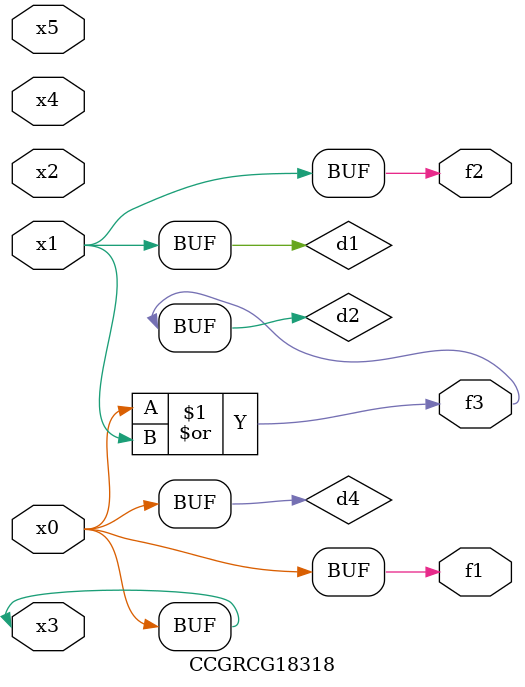
<source format=v>
module CCGRCG18318(
	input x0, x1, x2, x3, x4, x5,
	output f1, f2, f3
);

	wire d1, d2, d3, d4;

	and (d1, x1);
	or (d2, x0, x1);
	nand (d3, x0, x5);
	buf (d4, x0, x3);
	assign f1 = d4;
	assign f2 = d1;
	assign f3 = d2;
endmodule

</source>
